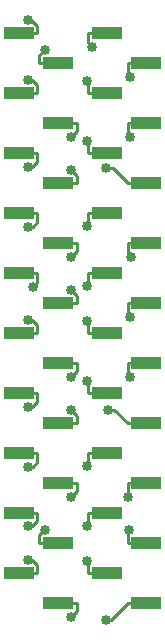
<source format=gbl>
G04 #@! TF.FileFunction,Copper,L2,Bot,Signal*
%FSLAX46Y46*%
G04 Gerber Fmt 4.6, Leading zero omitted, Abs format (unit mm)*
G04 Created by KiCad (PCBNEW 4.0.7-e2-6376~58~ubuntu16.04.1) date Sat Jan 13 09:46:35 2018*
%MOMM*%
%LPD*%
G01*
G04 APERTURE LIST*
%ADD10C,0.100000*%
%ADD11R,2.510000X1.000000*%
%ADD12C,0.850000*%
%ADD13C,0.250000*%
G04 APERTURE END LIST*
D10*
D11*
X164465000Y-83414000D03*
X164465000Y-88494000D03*
X164465000Y-93574000D03*
X164465000Y-98654000D03*
X164465000Y-103734000D03*
X164465000Y-108814000D03*
X164465000Y-113894000D03*
X164465000Y-118974000D03*
X164465000Y-124054000D03*
X164465000Y-129134000D03*
X161155000Y-80874000D03*
X161155000Y-85954000D03*
X161155000Y-91034000D03*
X161155000Y-96114000D03*
X161155000Y-101194000D03*
X161155000Y-106274000D03*
X161155000Y-111354000D03*
X161155000Y-116434000D03*
X161155000Y-121514000D03*
X161155000Y-126594000D03*
X156980000Y-83414000D03*
X156980000Y-88494000D03*
X156980000Y-93574000D03*
X156980000Y-98654000D03*
X156980000Y-103734000D03*
X156980000Y-108814000D03*
X156980000Y-113894000D03*
X156980000Y-118974000D03*
X156980000Y-124054000D03*
X156980000Y-129134000D03*
X153670000Y-80874000D03*
X153670000Y-85954000D03*
X153670000Y-91034000D03*
X153670000Y-96114000D03*
X153670000Y-101194000D03*
X153670000Y-106274000D03*
X153670000Y-111354000D03*
X153670000Y-116434000D03*
X153670000Y-121514000D03*
X153670000Y-126594000D03*
D12*
X163115300Y-84565000D03*
X163115300Y-89645000D03*
X161077000Y-92304000D03*
X163204000Y-99803600D03*
X163115300Y-104885000D03*
X163115300Y-109965000D03*
X161210100Y-112757100D03*
X162901600Y-120103700D03*
X162995700Y-122909200D03*
X161077000Y-130534500D03*
X159887800Y-82002300D03*
X159464700Y-84891500D03*
X159464700Y-89971500D03*
X159464700Y-97178200D03*
X159464700Y-102255000D03*
X159464700Y-105211500D03*
X159464700Y-110291500D03*
X159464700Y-117498200D03*
X159464700Y-122576800D03*
X159464700Y-125531500D03*
X154424700Y-79726100D03*
X155875200Y-82279100D03*
X154424700Y-84803100D03*
X158075300Y-89640900D03*
X154424700Y-92184900D03*
X158075300Y-92447300D03*
X154424700Y-97247000D03*
X158075300Y-99785200D03*
X154899400Y-102375500D03*
X158075300Y-102602100D03*
X154424700Y-105123100D03*
X158075300Y-109960900D03*
X154424700Y-112504900D03*
X158075300Y-112767300D03*
X154424700Y-117567000D03*
X158075300Y-120105200D03*
X154424700Y-122640800D03*
X155910000Y-122926500D03*
X154424700Y-125443100D03*
X158075300Y-130265000D03*
D13*
X164465000Y-83414000D02*
X162884700Y-83414000D01*
X162884700Y-84334400D02*
X163115300Y-84565000D01*
X162884700Y-83414000D02*
X162884700Y-84334400D01*
X164465000Y-88494000D02*
X162884700Y-88494000D01*
X162884700Y-89414400D02*
X163115300Y-89645000D01*
X162884700Y-88494000D02*
X162884700Y-89414400D01*
X161614700Y-92304000D02*
X162884700Y-93574000D01*
X161077000Y-92304000D02*
X161614700Y-92304000D01*
X164465000Y-93574000D02*
X162884700Y-93574000D01*
X162884700Y-99484300D02*
X163204000Y-99803600D01*
X162884700Y-98654000D02*
X162884700Y-99484300D01*
X164465000Y-98654000D02*
X162884700Y-98654000D01*
X164465000Y-103734000D02*
X162884700Y-103734000D01*
X162884700Y-104654400D02*
X163115300Y-104885000D01*
X162884700Y-103734000D02*
X162884700Y-104654400D01*
X164465000Y-108814000D02*
X162884700Y-108814000D01*
X162884700Y-109734400D02*
X163115300Y-109965000D01*
X162884700Y-108814000D02*
X162884700Y-109734400D01*
X161747800Y-112757100D02*
X161210100Y-112757100D01*
X162884700Y-113894000D02*
X161747800Y-112757100D01*
X164465000Y-113894000D02*
X162884700Y-113894000D01*
X164465000Y-118974000D02*
X162884700Y-118974000D01*
X162884700Y-120086800D02*
X162901600Y-120103700D01*
X162884700Y-118974000D02*
X162884700Y-120086800D01*
X164465000Y-124054000D02*
X162884700Y-124054000D01*
X162884700Y-123020200D02*
X162995700Y-122909200D01*
X162884700Y-124054000D02*
X162884700Y-123020200D01*
X161484200Y-130534500D02*
X162884700Y-129134000D01*
X161077000Y-130534500D02*
X161484200Y-130534500D01*
X164465000Y-129134000D02*
X162884700Y-129134000D01*
X161155000Y-80874000D02*
X159574700Y-80874000D01*
X159574700Y-81689200D02*
X159887800Y-82002300D01*
X159574700Y-80874000D02*
X159574700Y-81689200D01*
X161155000Y-85954000D02*
X159574700Y-85954000D01*
X159574700Y-85001500D02*
X159464700Y-84891500D01*
X159574700Y-85954000D02*
X159574700Y-85001500D01*
X161155000Y-91034000D02*
X159574700Y-91034000D01*
X159574700Y-90081500D02*
X159464700Y-89971500D01*
X159574700Y-91034000D02*
X159574700Y-90081500D01*
X161155000Y-96114000D02*
X159574700Y-96114000D01*
X159574700Y-97068200D02*
X159464700Y-97178200D01*
X159574700Y-96114000D02*
X159574700Y-97068200D01*
X161155000Y-101194000D02*
X159574700Y-101194000D01*
X159574700Y-102145000D02*
X159464700Y-102255000D01*
X159574700Y-101194000D02*
X159574700Y-102145000D01*
X161155000Y-106274000D02*
X159574700Y-106274000D01*
X159574700Y-105321500D02*
X159464700Y-105211500D01*
X159574700Y-106274000D02*
X159574700Y-105321500D01*
X161155000Y-111354000D02*
X159574700Y-111354000D01*
X159574700Y-110401500D02*
X159464700Y-110291500D01*
X159574700Y-111354000D02*
X159574700Y-110401500D01*
X161155000Y-116434000D02*
X159574700Y-116434000D01*
X159574700Y-117388200D02*
X159464700Y-117498200D01*
X159574700Y-116434000D02*
X159574700Y-117388200D01*
X161155000Y-121514000D02*
X159574700Y-121514000D01*
X159574700Y-122466800D02*
X159464700Y-122576800D01*
X159574700Y-121514000D02*
X159574700Y-122466800D01*
X161155000Y-126594000D02*
X159574700Y-126594000D01*
X159574700Y-125641500D02*
X159464700Y-125531500D01*
X159574700Y-126594000D02*
X159574700Y-125641500D01*
X153670000Y-80874000D02*
X155250300Y-80874000D01*
X154744000Y-79726100D02*
X154424700Y-79726100D01*
X155250300Y-80232400D02*
X154744000Y-79726100D01*
X155250300Y-80874000D02*
X155250300Y-80232400D01*
X155399700Y-82754600D02*
X155875200Y-82279100D01*
X155399700Y-83414000D02*
X155399700Y-82754600D01*
X156980000Y-83414000D02*
X155399700Y-83414000D01*
X153670000Y-85954000D02*
X155250300Y-85954000D01*
X154808200Y-84803100D02*
X154424700Y-84803100D01*
X155250300Y-85245200D02*
X154808200Y-84803100D01*
X155250300Y-85954000D02*
X155250300Y-85245200D01*
X158560300Y-89155900D02*
X158075300Y-89640900D01*
X158560300Y-88494000D02*
X158560300Y-89155900D01*
X156980000Y-88494000D02*
X158560300Y-88494000D01*
X153670000Y-91034000D02*
X155250300Y-91034000D01*
X154808200Y-92184900D02*
X154424700Y-92184900D01*
X155250300Y-91742800D02*
X154808200Y-92184900D01*
X155250300Y-91034000D02*
X155250300Y-91742800D01*
X158560300Y-92932300D02*
X158075300Y-92447300D01*
X158560300Y-93574000D02*
X158560300Y-92932300D01*
X156980000Y-93574000D02*
X158560300Y-93574000D01*
X153670000Y-96114000D02*
X155250300Y-96114000D01*
X154835600Y-97247000D02*
X154424700Y-97247000D01*
X155250300Y-96832300D02*
X154835600Y-97247000D01*
X155250300Y-96114000D02*
X155250300Y-96832300D01*
X158560300Y-99300200D02*
X158075300Y-99785200D01*
X158560300Y-98654000D02*
X158560300Y-99300200D01*
X156980000Y-98654000D02*
X158560300Y-98654000D01*
X155250300Y-102024600D02*
X155250300Y-101194000D01*
X154899400Y-102375500D02*
X155250300Y-102024600D01*
X153670000Y-101194000D02*
X155250300Y-101194000D01*
X158560300Y-103087100D02*
X158075300Y-102602100D01*
X158560300Y-103734000D02*
X158560300Y-103087100D01*
X156980000Y-103734000D02*
X158560300Y-103734000D01*
X153670000Y-106274000D02*
X155250300Y-106274000D01*
X154808200Y-105123100D02*
X154424700Y-105123100D01*
X155250300Y-105565200D02*
X154808200Y-105123100D01*
X155250300Y-106274000D02*
X155250300Y-105565200D01*
X158560300Y-109475900D02*
X158075300Y-109960900D01*
X158560300Y-108814000D02*
X158560300Y-109475900D01*
X156980000Y-108814000D02*
X158560300Y-108814000D01*
X153670000Y-111354000D02*
X155250300Y-111354000D01*
X154808200Y-112504900D02*
X154424700Y-112504900D01*
X155250300Y-112062800D02*
X154808200Y-112504900D01*
X155250300Y-111354000D02*
X155250300Y-112062800D01*
X158560300Y-113252300D02*
X158075300Y-112767300D01*
X158560300Y-113894000D02*
X158560300Y-113252300D01*
X156980000Y-113894000D02*
X158560300Y-113894000D01*
X153670000Y-116434000D02*
X155250300Y-116434000D01*
X154835600Y-117567000D02*
X154424700Y-117567000D01*
X155250300Y-117152300D02*
X154835600Y-117567000D01*
X155250300Y-116434000D02*
X155250300Y-117152300D01*
X158560300Y-119620200D02*
X158075300Y-120105200D01*
X158560300Y-118974000D02*
X158560300Y-119620200D01*
X156980000Y-118974000D02*
X158560300Y-118974000D01*
X153670000Y-121514000D02*
X155250300Y-121514000D01*
X154786700Y-122640800D02*
X154424700Y-122640800D01*
X155250300Y-122177200D02*
X154786700Y-122640800D01*
X155250300Y-121514000D02*
X155250300Y-122177200D01*
X156980000Y-124054000D02*
X155399700Y-124054000D01*
X155803500Y-122926500D02*
X155910000Y-122926500D01*
X155399700Y-123330300D02*
X155803500Y-122926500D01*
X155399700Y-124054000D02*
X155399700Y-123330300D01*
X153670000Y-126594000D02*
X155250300Y-126594000D01*
X154808200Y-125443100D02*
X154424700Y-125443100D01*
X155250300Y-125885200D02*
X154808200Y-125443100D01*
X155250300Y-126594000D02*
X155250300Y-125885200D01*
X158560300Y-129780000D02*
X158075300Y-130265000D01*
X158560300Y-129134000D02*
X158560300Y-129780000D01*
X156980000Y-129134000D02*
X158560300Y-129134000D01*
M02*

</source>
